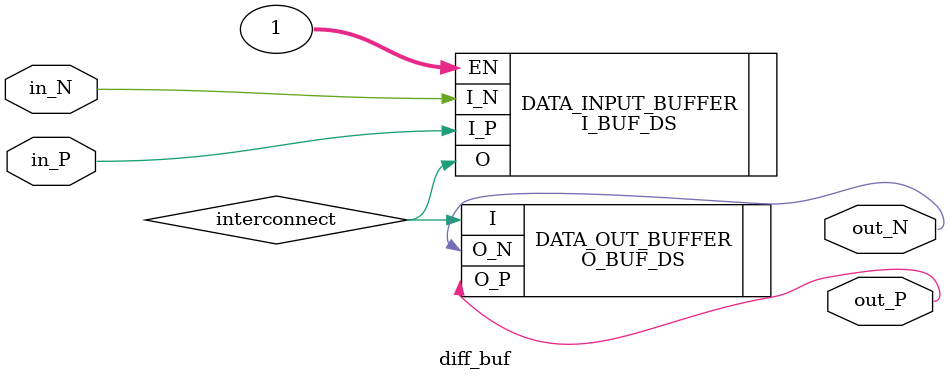
<source format=v>
module diff_buf (
    input   wire in_P,
    input   wire in_N,
    output  wire out_P,
    output  wire out_N
);
    wire interconnect;

    I_BUF_DS DATA_INPUT_BUFFER (.I_P(in_P), .I_N(in_N), .EN(1), .O(interconnect));
    O_BUF_DS DATA_OUT_BUFFER (.I(interconnect), .O_P(out_P), .O_N(out_N));
    
endmodule
</source>
